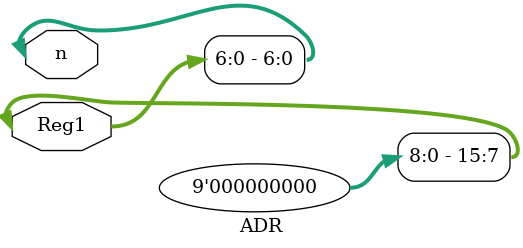
<source format=v>
module ADR (Reg1, n);

input [15:0] Reg1;
input [6:0] n;

assign Reg1 = n;

endmodule

</source>
